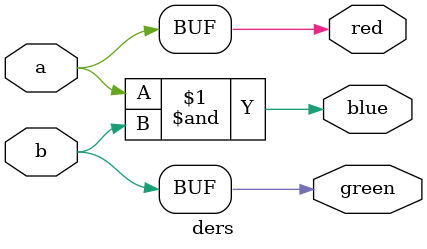
<source format=v>
module ders(
    output red,
    output green,
    output blue,
    input a,
    input b
);

//assign c=1'b1;
//assign c=0;
//assign green=1'b0;
assign red=a;
assign green=b;
assign blue=a&b;
endmodule
</source>
